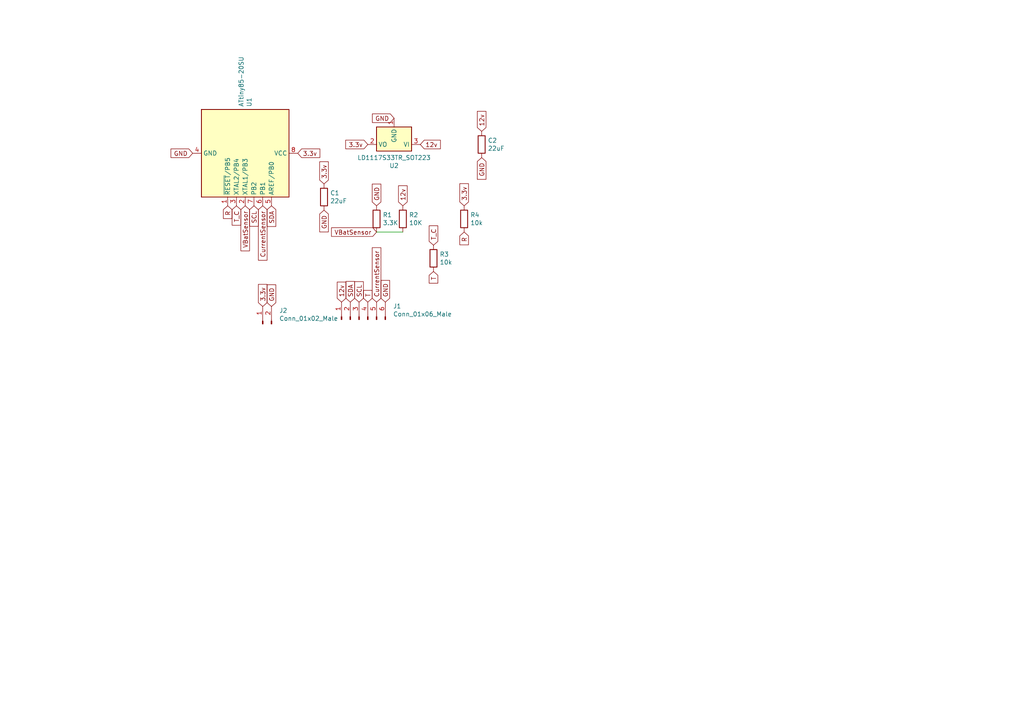
<source format=kicad_sch>
(kicad_sch (version 20250114) (generator "eeschema") (generator_version "9.0")
  (paper "A4")
  (lib_symbols
    (symbol "Connector:Conn_01x02_Male" (pin_names (offset 1.016) (hide yes))
      (property "Reference" "J" (at 0 2.54 0))
      (property "Value" "Connector_Conn_01x02_Male" (at 0 -5.08 0))
      (symbol "Conn_01x02_Male_1_1"
        (rectangle (start 0.8636 0.127) (end 0 -0.127) (stroke (width 0.1524)) (fill (type outline)))
        (rectangle (start 0.8636 -2.413) (end 0 -2.667) (stroke (width 0.1524)) (fill (type outline)))
        (polyline (pts (xy 1.27 0) (xy 0.8636 0)) (stroke (width 0.1524)))
        (polyline (pts (xy 1.27 -2.54) (xy 0.8636 -2.54)) (stroke (width 0.1524)))
        (pin passive line (at 5.08 0 180) (length 3.81) (name "Pin_1") (number "1"))
        (pin passive line (at 5.08 -2.54 180) (length 3.81) (name "Pin_2") (number "2"))
      )
    )
    (symbol "Connector:Conn_01x06_Male" (pin_names (offset 1.016) (hide yes))
      (property "Reference" "J" (at 0 7.62 0))
      (property "Value" "Connector_Conn_01x06_Male" (at 0 -10.16 0))
      (symbol "Conn_01x06_Male_1_1"
        (rectangle (start 0.8636 5.207) (end 0 4.953) (stroke (width 0.1524)) (fill (type outline)))
        (rectangle (start 0.8636 2.667) (end 0 2.413) (stroke (width 0.1524)) (fill (type outline)))
        (rectangle (start 0.8636 0.127) (end 0 -0.127) (stroke (width 0.1524)) (fill (type outline)))
        (rectangle (start 0.8636 -2.413) (end 0 -2.667) (stroke (width 0.1524)) (fill (type outline)))
        (rectangle (start 0.8636 -4.953) (end 0 -5.207) (stroke (width 0.1524)) (fill (type outline)))
        (rectangle (start 0.8636 -7.493) (end 0 -7.747) (stroke (width 0.1524)) (fill (type outline)))
        (polyline (pts (xy 1.27 5.08) (xy 0.8636 5.08)) (stroke (width 0.1524)))
        (polyline (pts (xy 1.27 2.54) (xy 0.8636 2.54)) (stroke (width 0.1524)))
        (polyline (pts (xy 1.27 0) (xy 0.8636 0)) (stroke (width 0.1524)))
        (polyline (pts (xy 1.27 -2.54) (xy 0.8636 -2.54)) (stroke (width 0.1524)))
        (polyline (pts (xy 1.27 -5.08) (xy 0.8636 -5.08)) (stroke (width 0.1524)))
        (polyline (pts (xy 1.27 -7.62) (xy 0.8636 -7.62)) (stroke (width 0.1524)))
        (pin passive line (at 5.08 5.08 180) (length 3.81) (name "Pin_1") (number "1"))
        (pin passive line (at 5.08 2.54 180) (length 3.81) (name "Pin_2") (number "2"))
        (pin passive line (at 5.08 0 180) (length 3.81) (name "Pin_3") (number "3"))
        (pin passive line (at 5.08 -2.54 180) (length 3.81) (name "Pin_4") (number "4"))
        (pin passive line (at 5.08 -5.08 180) (length 3.81) (name "Pin_5") (number "5"))
        (pin passive line (at 5.08 -7.62 180) (length 3.81) (name "Pin_6") (number "6"))
      )
    )
    (symbol "Device:R" (pin_numbers (hide yes)) (pin_names (offset 0))
      (property "Reference" "R" (at 2.032 0 90))
      (property "Value" "R" (at 0 0 90))
      (symbol "R_0_1"
        (rectangle (start -1.016 -2.54) (end 1.016 2.54) (stroke (width 0.254)))
      )
      (symbol "R_1_1"
        (pin passive line (at 0 3.81 270) (length 1.27) (name "~") (number "1"))
        (pin passive line (at 0 -3.81 90) (length 1.27) (name "~") (number "2"))
      )
    )
    (symbol "MCU_Microchip_ATtiny:ATtiny85-20SU"
      (property "Reference" "U" (at -12.7 13.97 0))
      (property "Value" "MCU_Microchip_ATtiny_ATtiny85-20SU" (at 2.54 -13.97 0))
      (symbol "ATtiny85-20SU_0_1"
        (rectangle (start -12.7 -12.7) (end 12.7 12.7) (stroke (width 0.254)) (fill (type background)))
      )
      (symbol "ATtiny85-20SU_1_1"
        (pin power_in line (at 0 15.24 270) (length 2.54) (name "VCC") (number "8"))
        (pin power_in line (at 0 -15.24 90) (length 2.54) (name "GND") (number "4"))
        (pin bidirectional line (at 15.24 7.62 180) (length 2.54) (name "AREF/PB0") (number "5"))
        (pin bidirectional line (at 15.24 5.08 180) (length 2.54) (name "PB1") (number "6"))
        (pin bidirectional line (at 15.24 2.54 180) (length 2.54) (name "PB2") (number "7"))
        (pin bidirectional line (at 15.24 0 180) (length 2.54) (name "XTAL1/PB3") (number "2"))
        (pin bidirectional line (at 15.24 -2.54 180) (length 2.54) (name "XTAL2/PB4") (number "3"))
        (pin bidirectional line (at 15.24 -5.08 180) (length 2.54) (name "~{RESET}/PB5") (number "1"))
      )
    )
    (symbol "Regulator_Linear:LD1117S33TR_SOT223"
      (property "Reference" "U" (at -3.81 3.175 0))
      (property "Value" "LD1117S33TR_SOT223" (at 0 3.175 0))
      (symbol "LD1117S33TR_SOT223_0_1"
        (rectangle (start -5.08 -5.08) (end 5.08 1.905) (stroke (width 0.254)) (fill (type background)))
      )
      (symbol "LD1117S33TR_SOT223_1_1"
        (pin power_in line (at -7.62 0 0) (length 2.54) (name "VI") (number "3"))
        (pin power_in line (at 0 -7.62 90) (length 2.54) (name "GND") (number "1"))
        (pin power_out line (at 7.62 0 180) (length 2.54) (name "VO") (number "2"))
      )
    )
  )
  (wire (pts (xy 116.84 67.31) (xy 109.22 67.31)))
  (global_label "GND" (shape input) (at 78.74 88.9 90) (property "Intersheetrefs" "${INTERSHEET_REFS}" (effects (hide yes))))
  (global_label "12v" (shape input) (at 139.7 38.1 90) (property "Intersheetrefs" "${INTERSHEET_REFS}" (effects (hide yes))))
  (global_label "VBatSensor" (shape input) (at 71.12 59.69 270) (property "Intersheetrefs" "${INTERSHEET_REFS}" (effects (hide yes))))
  (global_label "3.3v" (shape input) (at 76.2 88.9 90) (property "Intersheetrefs" "${INTERSHEET_REFS}" (effects (hide yes))))
  (global_label "T" (shape input) (at 125.73 78.74 270) (property "Intersheetrefs" "${INTERSHEET_REFS}" (effects (hide yes))))
  (global_label "GND" (shape input) (at 111.76 87.63 90) (property "Intersheetrefs" "${INTERSHEET_REFS}" (effects (hide yes))))
  (global_label "T_C" (shape input) (at 68.58 59.69 270) (property "Intersheetrefs" "${INTERSHEET_REFS}" (effects (hide yes))))
  (global_label "T" (shape input) (at 106.68 87.63 90) (property "Intersheetrefs" "${INTERSHEET_REFS}" (effects (hide yes))))
  (global_label "GND" (shape input) (at 114.3 34.29 180) (property "Intersheetrefs" "${INTERSHEET_REFS}" (effects (hide yes))))
  (global_label "SDA" (shape input) (at 78.74 59.69 270) (property "Intersheetrefs" "${INTERSHEET_REFS}" (effects (hide yes))))
  (global_label "GND" (shape input) (at 139.7 45.72 270) (property "Intersheetrefs" "${INTERSHEET_REFS}" (effects (hide yes))))
  (global_label "SCL" (shape input) (at 104.14 87.63 90) (property "Intersheetrefs" "${INTERSHEET_REFS}" (effects (hide yes))))
  (global_label "GND" (shape input) (at 109.22 59.69 90) (property "Intersheetrefs" "${INTERSHEET_REFS}" (effects (hide yes))))
  (global_label "3.3v" (shape input) (at 106.68 41.91 180) (property "Intersheetrefs" "${INTERSHEET_REFS}" (effects (hide yes))))
  (global_label "CurrentSensor" (shape input) (at 76.2 59.69 270) (property "Intersheetrefs" "${INTERSHEET_REFS}" (effects (hide yes))))
  (global_label "VBatSensor" (shape input) (at 109.22 67.31 180) (property "Intersheetrefs" "${INTERSHEET_REFS}" (effects (hide yes))))
  (global_label "CurrentSensor" (shape input) (at 109.22 87.63 90) (property "Intersheetrefs" "${INTERSHEET_REFS}" (effects (hide yes))))
  (global_label "GND" (shape input) (at 55.88 44.45 180) (property "Intersheetrefs" "${INTERSHEET_REFS}" (effects (hide yes))))
  (global_label "T_C" (shape input) (at 125.73 71.12 90) (property "Intersheetrefs" "${INTERSHEET_REFS}" (effects (hide yes))))
  (global_label "3.3v" (shape input) (at 134.62 59.69 90) (property "Intersheetrefs" "${INTERSHEET_REFS}" (effects (hide yes))))
  (global_label "SCL" (shape input) (at 73.66 59.69 270) (property "Intersheetrefs" "${INTERSHEET_REFS}" (effects (hide yes))))
  (global_label "12v" (shape input) (at 116.84 59.69 90) (property "Intersheetrefs" "${INTERSHEET_REFS}" (effects (hide yes))))
  (global_label "GND" (shape input) (at 93.98 60.96 270) (property "Intersheetrefs" "${INTERSHEET_REFS}" (effects (hide yes))))
  (global_label "SDA" (shape input) (at 101.6 87.63 90) (property "Intersheetrefs" "${INTERSHEET_REFS}" (effects (hide yes))))
  (global_label "R" (shape input) (at 134.62 67.31 270) (property "Intersheetrefs" "${INTERSHEET_REFS}" (effects (hide yes))))
  (global_label "12v" (shape input) (at 99.06 87.63 90) (property "Intersheetrefs" "${INTERSHEET_REFS}" (effects (hide yes))))
  (global_label "3.3v" (shape input) (at 93.98 53.34 90) (property "Intersheetrefs" "${INTERSHEET_REFS}" (effects (hide yes))))
  (global_label "R" (shape input) (at 66.04 59.69 270) (property "Intersheetrefs" "${INTERSHEET_REFS}" (effects (hide yes))))
  (global_label "3.3v" (shape input) (at 86.36 44.45 0) (property "Intersheetrefs" "${INTERSHEET_REFS}" (effects (hide yes))))
  (global_label "12v" (shape input) (at 121.92 41.91 0) (property "Intersheetrefs" "${INTERSHEET_REFS}" (effects (hide yes))))
  (symbol (lib_id "MCU_Microchip_ATtiny:ATtiny85-20SU") (at 71.12 44.45 270) (unit 1)
    (property "Reference" "U1" (at 72.2884 31.0134 0) (effects (justify right)))
    (property "Value" "ATtiny85-20SU" (at 69.977 31.0134 0) (effects (justify right)))
    (property "Footprint" "Package_SO:SOIJ-8_5.3x5.3mm_P1.27mm" (effects (hide yes)))
    (property "Datasheet" "http://ww1.microchip.com/downloads/en/DeviceDoc/atmel-2586-avr-8-bit-microcontroller-attiny25-attiny45-attiny85_datasheet.pdf" (effects (hide yes)))
  )
  (symbol (lib_id "Device:R") (at 109.22 63.5 0) (unit 1)
    (property "Reference" "R1" (at 110.998 62.3316 0) (effects (justify left)))
    (property "Value" "3.3K" (at 110.998 64.643 0) (effects (justify left)))
    (property "Footprint" "Resistor_SMD:R_0402_1005Metric" (effects (hide yes)))
  )
  (symbol (lib_id "Device:R") (at 116.84 63.5 0) (unit 1)
    (property "Reference" "R2" (at 118.618 62.3316 0) (effects (justify left)))
    (property "Value" "10K" (at 118.618 64.643 0) (effects (justify left)))
    (property "Footprint" "Resistor_SMD:R_0402_1005Metric" (effects (hide yes)))
  )
  (symbol (lib_id "Regulator_Linear:LD1117S33TR_SOT223") (at 114.3 41.91 180) (unit 1)
    (property "Reference" "U2" (at 114.3 48.0568 0))
    (property "Value" "LD1117S33TR_SOT223" (at 114.3 45.7454 0))
    (property "Footprint" "Package_TO_SOT_SMD:SOT-223-3_TabPin2" (effects (hide yes)))
    (property "Datasheet" "http://www.st.com/st-web-ui/static/active/en/resource/technical/document/datasheet/CD00000544.pdf" (effects (hide yes)))
  )
  (symbol (lib_id "Device:R") (at 134.62 63.5 0) (unit 1)
    (property "Reference" "R4" (at 136.398 62.3316 0) (effects (justify left)))
    (property "Value" "10k" (at 136.398 64.643 0) (effects (justify left)))
    (property "Footprint" "Resistor_SMD:R_0402_1005Metric" (effects (hide yes)))
  )
  (symbol (lib_id "Device:R") (at 93.98 57.15 0) (unit 1)
    (property "Reference" "C1" (at 95.758 55.9816 0) (effects (justify left)))
    (property "Value" "22uF" (at 95.758 58.293 0) (effects (justify left)))
    (property "Footprint" "Capacitor_SMD:C_0805_2012Metric" (effects (hide yes)))
  )
  (symbol (lib_id "Device:R") (at 125.73 74.93 0) (unit 1)
    (property "Reference" "R3" (at 127.508 73.7616 0) (effects (justify left)))
    (property "Value" "10k" (at 127.508 76.073 0) (effects (justify left)))
    (property "Footprint" "Resistor_SMD:R_0402_1005Metric" (effects (hide yes)))
  )
  (symbol (lib_id "Connector:Conn_01x02_Male") (at 76.2 93.98 90) (unit 1)
    (property "Reference" "J2" (at 80.9752 90.0684 90) (effects (justify right)))
    (property "Value" "Conn_01x02_Male" (at 80.9752 92.3798 90) (effects (justify right)))
    (property "Footprint" "Connector_PinHeader_2.54mm:PinHeader_1x02_P2.54mm_Vertical" (effects (hide yes)))
  )
  (symbol (lib_id "Connector:Conn_01x06_Male") (at 104.14 92.71 90) (unit 1)
    (property "Reference" "J1" (at 113.9952 88.7984 90) (effects (justify right)))
    (property "Value" "Conn_01x06_Male" (at 113.9952 91.1098 90) (effects (justify right)))
    (property "Footprint" "Connector_PinHeader_2.54mm:PinHeader_1x06_P2.54mm_Horizontal" (effects (hide yes)))
  )
  (symbol (lib_id "Device:R") (at 139.7 41.91 0) (unit 1)
    (property "Reference" "C2" (at 141.478 40.7416 0) (effects (justify left)))
    (property "Value" "22uF" (at 141.478 43.053 0) (effects (justify left)))
    (property "Footprint" "Capacitor_SMD:C_0805_2012Metric" (effects (hide yes)))
  )
)
</source>
